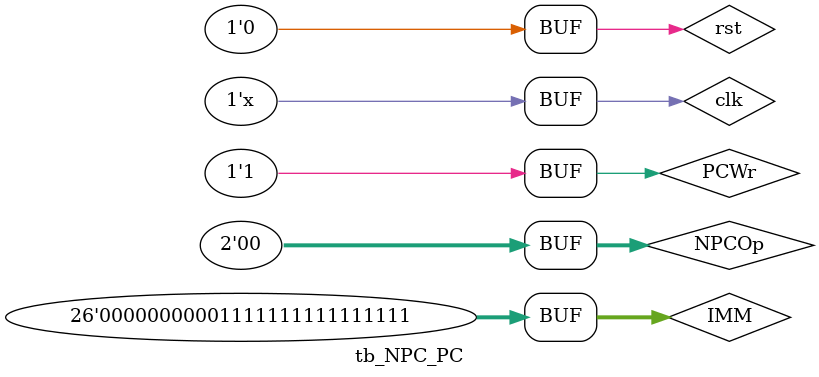
<source format=v>
`timescale 1ns/1ps 
module tb_NPC_PC ;
reg  [1:0]  NPCOp; // PLUS4(2'b00), BRANCH(2'b01), JUMP(2'b10)  
reg  [25:0] IMM; 
wire [31:2] NPC; 

wire [31:2] PC_out;
reg PCWr,rst,clk;



NPC UUT_D_NPC(.PC(PC_out), .NPCOp(NPCOp), .IMM(IMM), .NPC(NPC) );
PC UUT_D_PC(.clk(clk), .rst(rst), .PCWr(PCWr), .NPC(NPC), .PC(PC_out));


initial
begin
PCWr = 0;
rst = 0; 
clk = 0;
NPCOp = 2'b00;
IMM = 0;
end

always #100 clk=~clk;

initial 
begin
#2
//RESET
rst = 1;#100
rst = 0;
PCWr = 1;#300
//BRANCH
NPCOp = 2'b01;
IMM[3:0] = 8'b11111111;#100
//PLUS
NPCOp = 2'b00; #300
//JUMP
NPCOp = 2'b10;
IMM[15:0] = 16'hffff;#100
//PLUS
NPCOp = 2'b00; 
end
endmodule




</source>
